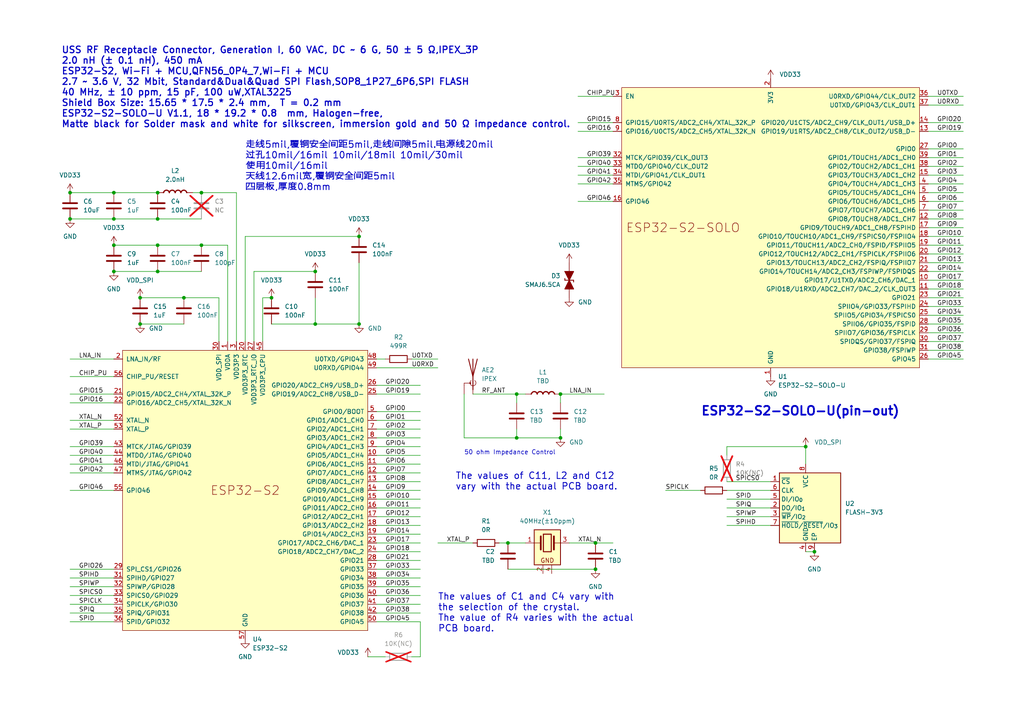
<source format=kicad_sch>
(kicad_sch (version 20250114) (generator "eeschema") (generator_version "9.0")
  (paper "A4")
  (lib_symbols
    (symbol "Device:Antenna_Shield" (pin_numbers (hide yes)) (pin_names (offset 1.016) (hide yes))
      (property "Reference" "AE" (at -1.905 4.445 0))
      (property "Value" "Antenna_Shield" (at -1.905 2.54 0))
      (symbol "Antenna_Shield_0_1"
        (arc (start 0 -2.667) (mid -0.8485 -2.1032) (end -0.508 -1.143))
        (polyline (pts (xy 0 5.08) (xy 0 -3.81)) (stroke (width 0.254)))
        (polyline (pts (xy 0 -2.54) (xy 0 0)))
        (arc (start 0.508 -1.143) (mid 0.8046 -2.0885) (end 0 -2.667))
        (polyline (pts (xy 0.762 -1.905) (xy 2.54 -1.905)))
        (circle (center 0.762 -1.905) (radius 0.1778) (fill (type outline)))
        (polyline (pts (xy 1.27 5.08) (xy 0 0) (xy -1.27 5.08)) (stroke (width 0.254)))
        (polyline (pts (xy 2.54 -2.54) (xy 2.54 -1.905)))
      )
      (symbol "Antenna_Shield_1_1"
        (pin input line (at 0 -5.08 90) (length 2.54) (name "A") (number "1"))
        (pin input line (at 2.54 -5.08 90) (length 2.54) (name "Shield") (number "2"))
      )
    )
    (symbol "Memory_Flash:W25Q128JVE"
      (property "Reference" "U" (at -6.35 11.43 0))
      (property "Value" "W25Q128JVE" (at 7.62 11.43 0))
      (symbol "W25Q128JVE_0_1"
        (rectangle (start -7.62 10.16) (end 10.16 -10.16) (stroke (width 0.254)) (fill (type background)))
      )
      (symbol "W25Q128JVE_1_1"
        (pin input line (at -10.16 7.62 0) (length 2.54) (name "~{CS}") (number "1"))
        (pin input line (at -10.16 5.08 0) (length 2.54) (name "CLK") (number "6"))
        (pin bidirectional line (at -10.16 2.54 0) (length 2.54) (name "DI/IO_{0}") (number "5"))
        (pin bidirectional line (at -10.16 0 0) (length 2.54) (name "DO/IO_{1}") (number "2"))
        (pin bidirectional line (at -10.16 -2.54 0) (length 2.54) (name "~{WP}/IO_{2}") (number "3"))
        (pin bidirectional line (at -10.16 -5.08 0) (length 2.54) (name "~{HOLD}/~{RESET}/IO_{3}") (number "7"))
        (pin power_in line (at 0 12.7 270) (length 2.54) (name "VCC") (number "8"))
        (pin power_in line (at 0 -12.7 90) (length 2.54) (name "GND") (number "4"))
        (pin passive line (at 2.54 -12.7 90) (length 2.54) (name "EP") (number "9"))
      )
    )
    (symbol "PCM_Capacitor_AKL:C_1206" (pin_numbers (hide yes)) (pin_names (offset 0.254))
      (property "Reference" "C" (at 0.635 2.54 0))
      (property "Value" "C_1206" (at 0.635 -2.54 0))
      (symbol "C_1206_0_1"
        (polyline (pts (xy -2.032 0.762) (xy 2.032 0.762)) (stroke (width 0.508)))
        (polyline (pts (xy -2.032 -0.762) (xy 2.032 -0.762)) (stroke (width 0.508)))
      )
      (symbol "C_1206_0_2"
        (polyline (pts (xy -2.54 -2.54) (xy -0.381 -0.381)))
        (polyline (pts (xy -0.508 -0.508) (xy -1.651 0.635)) (stroke (width 0.508)))
        (polyline (pts (xy -0.508 -0.508) (xy 0.635 -1.651)) (stroke (width 0.508)))
        (polyline (pts (xy 0.381 0.381) (xy 2.54 2.54)))
        (polyline (pts (xy 0.508 0.508) (xy -0.635 1.651)) (stroke (width 0.508)))
        (polyline (pts (xy 0.508 0.508) (xy 1.651 -0.635)) (stroke (width 0.508)))
      )
      (symbol "C_1206_1_1"
        (pin passive line (at 0 3.81 270) (length 2.794) (name "~") (number "1"))
        (pin passive line (at 0 -3.81 90) (length 2.794) (name "~") (number "2"))
      )
      (symbol "C_1206_1_2"
        (pin passive line (at -2.54 -2.54 90) (length 0) (name "~") (number "2"))
        (pin passive line (at 2.54 2.54 270) (length 0) (name "~") (number "1"))
      )
    )
    (symbol "PCM_Crystal_AKL:SMD3225-4" (pin_names (offset 1.016) (hide yes))
      (property "Reference" "X" (at 0 8.89 0))
      (property "Value" "SMD3225-4" (at 0 6.35 0))
      (symbol "SMD3225-4_0_1"
        (rectangle (start -3.81 3.81) (end 3.81 -6.35) (stroke (width 0.254)) (fill (type background)))
        (polyline (pts (xy -3.81 0) (xy -1.905 0)))
        (polyline (pts (xy -1.905 -1.905) (xy -1.905 1.905)) (stroke (width 0.508)))
        (rectangle (start -1.143 2.54) (end 1.143 -2.54) (stroke (width 0.3048)))
        (polyline (pts (xy 1.905 -1.905) (xy 1.905 1.905)) (stroke (width 0.508)))
        (polyline (pts (xy 3.81 0) (xy 1.905 0)))
        (text "GND" (at 0 -5.08 0) (effects (font (size 1.27 1.27))))
      )
      (symbol "SMD3225-4_1_1"
        (pin passive line (at -6.35 0 0) (length 2.54) (name "1") (number "1"))
        (pin passive line (at -1.27 -8.89 90) (length 2.54) (name "2") (number "2"))
        (pin passive line (at 1.27 -8.89 90) (length 2.54) (name "4") (number "4"))
        (pin passive line (at 6.35 0 180) (length 2.54) (name "3") (number "3"))
      )
    )
    (symbol "PCM_Diode_TVS_AKL:SMAJ6.5CA" (pin_numbers (hide yes)) (pin_names (offset 1.016) (hide yes))
      (property "Reference" "D" (at 0 5.08 0))
      (property "Value" "SMAJ6.5CA" (at 0 2.54 0))
      (symbol "SMAJ6.5CA_0_1"
        (polyline (pts (xy 0 1.27) (xy 0 -1.27)) (stroke (width 0.254)))
        (polyline (pts (xy 0 1.27) (xy 0.508 1.27)) (stroke (width 0.254)))
        (polyline (pts (xy 0 0) (xy -2.54 1.27) (xy -2.54 -1.27) (xy 0 0)) (stroke (width 0.254)) (fill (type outline)))
        (polyline (pts (xy 0 -1.27) (xy -0.508 -1.27)) (stroke (width 0.254)))
        (polyline (pts (xy 1.27 0) (xy -1.27 0)))
        (polyline (pts (xy 2.54 1.27) (xy 2.54 -1.27) (xy 0 0) (xy 2.54 1.27)) (stroke (width 0.254)) (fill (type outline)))
      )
      (symbol "SMAJ6.5CA_0_2"
        (polyline (pts (xy -3.81 -3.81) (xy 3.81 3.81)))
        (polyline (pts (xy -1.778 -1.778) (xy -2.667 -0.889) (xy 0 0) (xy -0.889 -2.667) (xy -1.778 -1.778)) (stroke (width 0.254)) (fill (type outline)))
        (polyline (pts (xy -0.889 0.889) (xy -1.27 0.508)) (stroke (width 0.254)))
        (polyline (pts (xy -0.889 0.889) (xy 0.889 -0.889)) (stroke (width 0.254)))
        (polyline (pts (xy 0.889 -0.889) (xy 1.27 -0.508)) (stroke (width 0.254)))
        (polyline (pts (xy 1.778 1.778) (xy 2.667 0.889) (xy 0 0) (xy 0.889 2.667) (xy 1.778 1.778)) (stroke (width 0.254)) (fill (type outline)))
      )
      (symbol "SMAJ6.5CA_1_1"
        (pin passive line (at -5.08 0 0) (length 2.54) (name "K") (number "1"))
        (pin passive line (at 5.08 0 180) (length 2.54) (name "A") (number "2"))
      )
      (symbol "SMAJ6.5CA_1_2"
        (pin passive line (at -3.81 -3.81 0) (length 0) (name "A") (number "2"))
        (pin passive line (at 3.81 3.81 180) (length 0) (name "K") (number "1"))
      )
    )
    (symbol "PCM_Elektuur:L" (pin_numbers (hide yes)) (pin_names (offset 0) (hide yes))
      (property "Reference" "L" (at 2.54 3.175 0))
      (property "Value" "L" (at 2.54 -3.175 0))
      (symbol "L_1_0"
        (arc (start 0 3.302) (mid 0.6604 2.5146) (end 0 1.7272) (stroke (width 0.254)))
        (arc (start 0 1.6256) (mid 0.6604 0.8382) (end 0 0.0508) (stroke (width 0.254)))
        (arc (start 0 -0.0508) (mid 0.6604 -0.8382) (end 0 -1.6256) (stroke (width 0.254)))
        (arc (start 0 -1.7272) (mid 0.6604 -2.5146) (end 0 -3.302) (stroke (width 0.254)))
        (arc (start 0 3.4036) (mid 0.762 2.5146) (end 0 1.6256) (stroke (width 0.254)))
        (arc (start 0 1.7272) (mid 0.762 0.8382) (end 0 -0.0508) (stroke (width 0.254)))
        (arc (start 0 0.0508) (mid 0.762 -0.8382) (end 0 -1.7272) (stroke (width 0.254)))
        (arc (start 0 -1.6256) (mid 0.762 -2.5146) (end 0 -3.4036) (stroke (width 0.254)))
        (polyline (pts (xy 0 3.5052) (xy 0 3.302)) (stroke (width 0.254)))
        (polyline (pts (xy 0 1.7272) (xy 0 1.6256)) (stroke (width 0.254)))
        (polyline (pts (xy 0 0.0508) (xy 0 -0.0508)) (stroke (width 0.254)))
        (polyline (pts (xy 0 -1.6256) (xy 0 -1.7272)) (stroke (width 0.254)))
        (polyline (pts (xy 0 -3.302) (xy 0 -3.5052)) (stroke (width 0.254)))
        (pin passive line (at 0 5.08 270) (length 1.5748) (name "+") (number "1"))
        (pin passive line (at 0 -5.08 90) (length 1.5748) (name "-") (number "2"))
      )
      (symbol "L_1_2"
        (rectangle (start 1.524 3.3782) (end 1.9812 -3.3782) (stroke (width 0.254)) (fill (type outline)))
      )
      (symbol "L_1_3"
        (rectangle (start 1.524 3.0988) (end 1.9812 1.9304) (stroke (width 0.254)) (fill (type outline)))
        (rectangle (start 1.524 1.4224) (end 1.9812 0.254) (stroke (width 0.254)) (fill (type outline)))
        (rectangle (start 1.524 -0.254) (end 1.9812 -1.4224) (stroke (width 0.254)) (fill (type outline)))
        (rectangle (start 1.524 -1.9304) (end 1.9812 -3.0988) (stroke (width 0.254)) (fill (type outline)))
      )
    )
    (symbol "PCM_Espressif:ESP32-S2" (pin_names (offset 1.016))
      (property "Reference" "U" (at -35.56 45.72 0))
      (property "Value" "ESP32-S2" (at -35.56 43.18 0))
      (symbol "ESP32-S2_0_0"
        (text "ESP32-S2" (at 0 0 0) (effects (font (size 2.54 2.54))))
      )
      (symbol "ESP32-S2_0_1"
        (rectangle (start -35.56 40.64) (end 35.56 -40.64) (fill (type background)))
      )
      (symbol "ESP32-S2_1_1"
        (pin bidirectional line (at -38.1 38.1 0) (length 2.54) (name "LNA_IN/RF") (number "2"))
        (pin bidirectional line (at -38.1 33.02 0) (length 2.54) (name "CHIP_PU/RESET") (number "56"))
        (pin bidirectional line (at -38.1 27.94 0) (length 2.54) (name "GPIO15/ADC2_CH4/XTAL_32K_P") (number "21"))
        (pin bidirectional line (at -38.1 25.4 0) (length 2.54) (name "GPIO16/ADC2_CH5/XTAL_32K_N") (number "22"))
        (pin output line (at -38.1 20.32 0) (length 2.54) (name "XTAL_N") (number "52"))
        (pin input line (at -38.1 17.78 0) (length 2.54) (name "XTAL_P") (number "53"))
        (pin input line (at -38.1 12.7 0) (length 2.54) (name "MTCK/JTAG/GPIO39") (number "43"))
        (pin output line (at -38.1 10.16 0) (length 2.54) (name "MTDO/JTAG/GPIO40") (number "44"))
        (pin input line (at -38.1 7.62 0) (length 2.54) (name "MTDI/JTAG/GPIO41") (number "46"))
        (pin output line (at -38.1 5.08 0) (length 2.54) (name "MTMS/JTAG/GPIO42") (number "47"))
        (pin input line (at -38.1 0 0) (length 2.54) (name "GPIO46") (number "55"))
        (pin bidirectional line (at -38.1 -22.86 0) (length 2.54) (name "SPI_CS1/GPIO26") (number "29"))
        (pin bidirectional line (at -38.1 -25.4 0) (length 2.54) (name "SPIHD/GPIO27") (number "31"))
        (pin bidirectional line (at -38.1 -27.94 0) (length 2.54) (name "SPIWP/GPIO28") (number "32"))
        (pin bidirectional line (at -38.1 -30.48 0) (length 2.54) (name "SPICS0/GPIO29") (number "33"))
        (pin bidirectional line (at -38.1 -33.02 0) (length 2.54) (name "SPICLK/GPIO30") (number "34"))
        (pin bidirectional line (at -38.1 -35.56 0) (length 2.54) (name "SPIQ/GPIO31") (number "35"))
        (pin bidirectional line (at -38.1 -38.1 0) (length 2.54) (name "SPID/GPIO32") (number "36"))
        (pin power_out line (at -7.62 43.18 270) (length 2.54) (name "VDD_SPI") (number "30"))
        (pin power_in line (at -5.08 43.18 270) (length 2.54) (name "VDDA") (number "1"))
        (pin passive line (at -5.08 43.18 270) (length 2.54) (hide yes) (name "VDDA") (number "51"))
        (pin passive line (at -5.08 43.18 270) (length 2.54) (hide yes) (name "VDDA") (number "54"))
        (pin power_in line (at -2.54 43.18 270) (length 2.54) (name "VDD3P3") (number "3"))
        (pin passive line (at -2.54 43.18 270) (length 2.54) (hide yes) (name "VDD3P3") (number "4"))
        (pin power_in line (at 0 43.18 270) (length 2.54) (name "VDD3P3_RTC") (number "20"))
        (pin power_in line (at 0 -43.18 90) (length 2.54) (name "GND") (number "57"))
        (pin power_in line (at 2.54 43.18 270) (length 2.54) (name "VDD3P3_RTC_IO") (number "27"))
        (pin power_in line (at 5.08 43.18 270) (length 2.54) (name "VDD3P3_CPU") (number "45"))
        (pin bidirectional line (at 38.1 38.1 180) (length 2.54) (name "U0TXD/GPIO43") (number "48"))
        (pin bidirectional line (at 38.1 35.56 180) (length 2.54) (name "U0RXD/GPIO44") (number "49"))
        (pin bidirectional line (at 38.1 30.48 180) (length 2.54) (name "GPIO20/ADC2_CH9/USB_D+") (number "26"))
        (pin bidirectional line (at 38.1 27.94 180) (length 2.54) (name "GPIO19/ADC2_CH8/USB_D-") (number "25"))
        (pin bidirectional line (at 38.1 22.86 180) (length 2.54) (name "GPIO0/BOOT") (number "5"))
        (pin bidirectional line (at 38.1 20.32 180) (length 2.54) (name "GPIO1/ADC1_CH0") (number "6"))
        (pin bidirectional line (at 38.1 17.78 180) (length 2.54) (name "GPIO2/ADC1_CH1") (number "7"))
        (pin bidirectional line (at 38.1 15.24 180) (length 2.54) (name "GPIO3/ADC1_CH2") (number "8"))
        (pin bidirectional line (at 38.1 12.7 180) (length 2.54) (name "GPIO4/ADC1_CH3") (number "9"))
        (pin bidirectional line (at 38.1 10.16 180) (length 2.54) (name "GPIO5/ADC1_CH4") (number "10"))
        (pin bidirectional line (at 38.1 7.62 180) (length 2.54) (name "GPIO6/ADC1_CH5") (number "11"))
        (pin bidirectional line (at 38.1 5.08 180) (length 2.54) (name "GPIO7/ADC1_CH6") (number "12"))
        (pin bidirectional line (at 38.1 2.54 180) (length 2.54) (name "GPIO8/ADC1_CH7") (number "13"))
        (pin bidirectional line (at 38.1 0 180) (length 2.54) (name "GPIO9/ADC1_CH8") (number "14"))
        (pin bidirectional line (at 38.1 -2.54 180) (length 2.54) (name "GPIO10/ADC1_CH9") (number "15"))
        (pin bidirectional line (at 38.1 -5.08 180) (length 2.54) (name "GPIO11/ADC2_CH0") (number "16"))
        (pin bidirectional line (at 38.1 -7.62 180) (length 2.54) (name "GPIO12/ADC2_CH1") (number "17"))
        (pin bidirectional line (at 38.1 -10.16 180) (length 2.54) (name "GPIO13/ADC2_CH2") (number "18"))
        (pin bidirectional line (at 38.1 -12.7 180) (length 2.54) (name "GPIO14/ADC2_CH3") (number "19"))
        (pin bidirectional line (at 38.1 -15.24 180) (length 2.54) (name "GPIO17/ADC2_CH6/DAC_1") (number "23"))
        (pin bidirectional line (at 38.1 -17.78 180) (length 2.54) (name "GPIO18/ADC2_CH7/DAC_2") (number "24"))
        (pin bidirectional line (at 38.1 -20.32 180) (length 2.54) (name "GPIO21") (number "28"))
        (pin bidirectional line (at 38.1 -22.86 180) (length 2.54) (name "GPIO33") (number "37"))
        (pin bidirectional line (at 38.1 -25.4 180) (length 2.54) (name "GPIO34") (number "38"))
        (pin bidirectional line (at 38.1 -27.94 180) (length 2.54) (name "GPIO35") (number "39"))
        (pin bidirectional line (at 38.1 -30.48 180) (length 2.54) (name "GPIO36") (number "40"))
        (pin bidirectional line (at 38.1 -33.02 180) (length 2.54) (name "GPIO37") (number "41"))
        (pin bidirectional line (at 38.1 -35.56 180) (length 2.54) (name "GPIO38") (number "42"))
        (pin bidirectional line (at 38.1 -38.1 180) (length 2.54) (name "GPIO45") (number "50"))
      )
    )
    (symbol "PCM_Espressif:ESP32-S2-SOLO" (pin_names (offset 1.016))
      (property "Reference" "U" (at -43.18 45.72 0))
      (property "Value" "ESP32-S2-SOLO" (at -43.18 43.18 0))
      (symbol "ESP32-S2-SOLO_0_1"
        (rectangle (start -43.18 40.64) (end 43.18 -40.64) (fill (type background)))
      )
      (symbol "ESP32-S2-SOLO_1_1"
        (text "ESP32-S2-SOLO" (at -25.4 0 0) (effects (font (size 2.54 2.54))))
        (pin bidirectional line (at -45.72 38.1 0) (length 2.54) (name "EN") (number "3"))
        (pin bidirectional line (at -45.72 30.48 0) (length 2.54) (name "GPIO15/U0RTS/ADC2_CH4/XTAL_32K_P") (number "8"))
        (pin bidirectional line (at -45.72 27.94 0) (length 2.54) (name "GPIO16/U0CTS/ADC2_CH5/XTAL_32K_N") (number "9"))
        (pin bidirectional line (at -45.72 20.32 0) (length 2.54) (name "MTCK/GPIO39/CLK_OUT3") (number "32"))
        (pin bidirectional line (at -45.72 17.78 0) (length 2.54) (name "MTDO/GPIO40/CLK_OUT2") (number "33"))
        (pin bidirectional line (at -45.72 15.24 0) (length 2.54) (name "MTDI/GPIO41/CLK_OUT1") (number "34"))
        (pin bidirectional line (at -45.72 12.7 0) (length 2.54) (name "MTMS/GPIO42") (number "35"))
        (pin input line (at -45.72 7.62 0) (length 2.54) (name "GPIO46") (number "16"))
        (pin power_in line (at 0 43.18 270) (length 2.54) (name "3V3") (number "2"))
        (pin power_in line (at 0 -43.18 90) (length 2.54) (name "GND") (number "1"))
        (pin passive line (at 0 -43.18 90) (length 2.54) (hide yes) (name "GND") (number "40"))
        (pin passive line (at 0 -43.18 90) (length 2.54) (hide yes) (name "GND") (number "41"))
        (pin bidirectional line (at 45.72 38.1 180) (length 2.54) (name "U0RXD/GPIO44/CLK_OUT2") (number "36"))
        (pin bidirectional line (at 45.72 35.56 180) (length 2.54) (name "U0TXD/GPIO43/CLK_OUT1") (number "37"))
        (pin bidirectional line (at 45.72 30.48 180) (length 2.54) (name "GPIO20/U1CTS/ADC2_CH9/CLK_OUT1/USB_D+") (number "14"))
        (pin bidirectional line (at 45.72 27.94 180) (length 2.54) (name "GPIO19/U1RTS/ADC2_CH8/CLK_OUT2/USB_D-") (number "13"))
        (pin bidirectional line (at 45.72 22.86 180) (length 2.54) (name "GPIO0") (number "27"))
        (pin bidirectional line (at 45.72 20.32 180) (length 2.54) (name "GPIO1/TOUCH1/ADC1_CH0") (number "39"))
        (pin bidirectional line (at 45.72 17.78 180) (length 2.54) (name "GPIO2/TOUCH2/ADC1_CH1") (number "38"))
        (pin bidirectional line (at 45.72 15.24 180) (length 2.54) (name "GPIO3/TOUCH3/ADC1_CH2") (number "15"))
        (pin bidirectional line (at 45.72 12.7 180) (length 2.54) (name "GPIO4/TOUCH4/ADC1_CH3") (number "4"))
        (pin bidirectional line (at 45.72 10.16 180) (length 2.54) (name "GPIO5/TOUCH5/ADC1_CH4") (number "5"))
        (pin bidirectional line (at 45.72 7.62 180) (length 2.54) (name "GPIO6/TOUCH6/ADC1_CH5") (number "6"))
        (pin bidirectional line (at 45.72 5.08 180) (length 2.54) (name "GPIO7/TOUCH7/ADC1_CH6") (number "7"))
        (pin bidirectional line (at 45.72 2.54 180) (length 2.54) (name "GPIO8/TOUCH8/ADC1_CH7") (number "12"))
        (pin bidirectional line (at 45.72 0 180) (length 2.54) (name "GPIO9/TOUCH9/ADC1_CH8/FSPIHD") (number "17"))
        (pin bidirectional line (at 45.72 -2.54 180) (length 2.54) (name "GPIO10/TOUCH10/ADC1_CH9/FSPICS0/FSPIIO4") (number "18"))
        (pin bidirectional line (at 45.72 -5.08 180) (length 2.54) (name "GPIO11/TOUCH11/ADC2_CH0/FSPID/FSPIIO5") (number "19"))
        (pin bidirectional line (at 45.72 -7.62 180) (length 2.54) (name "GPIO12/TOUCH12/ADC2_CH1/FSPICLK/FSPIIO6") (number "20"))
        (pin bidirectional line (at 45.72 -10.16 180) (length 2.54) (name "GPIO13/TOUCH13/ADC2_CH2/FSPIQ/FSPIIO7") (number "21"))
        (pin bidirectional line (at 45.72 -12.7 180) (length 2.54) (name "GPIO14/TOUCH14/ADC2_CH3/FSPIWP/FSPIDQS") (number "22"))
        (pin bidirectional line (at 45.72 -15.24 180) (length 2.54) (name "GPIO17/U1TXD/ADC2_CH6/DAC_1") (number "10"))
        (pin bidirectional line (at 45.72 -17.78 180) (length 2.54) (name "GPIO18/U1RXD/ADC2_CH7/DAC_2/CLK_OUT3") (number "11"))
        (pin bidirectional line (at 45.72 -20.32 180) (length 2.54) (name "GPIO21") (number "23"))
        (pin bidirectional line (at 45.72 -22.86 180) (length 2.54) (name "SPIIO4/GPIO33/FSPIHD") (number "24"))
        (pin bidirectional line (at 45.72 -25.4 180) (length 2.54) (name "SPIIO5/GPIO34/FSPICS0") (number "25"))
        (pin bidirectional line (at 45.72 -27.94 180) (length 2.54) (name "SPIIO6/GPIO35/FSPID") (number "28"))
        (pin bidirectional line (at 45.72 -30.48 180) (length 2.54) (name "SPIIO7/GPIO36/FSPICLK") (number "29"))
        (pin bidirectional line (at 45.72 -33.02 180) (length 2.54) (name "SPIDQS/GPIO37/FSPIQ") (number "30"))
        (pin bidirectional line (at 45.72 -35.56 180) (length 2.54) (name "GPIO38/FSPIWP") (number "31"))
        (pin bidirectional line (at 45.72 -38.1 180) (length 2.54) (name "GPIO45") (number "26"))
      )
    )
    (symbol "PCM_Resistor_AKL:R_1206" (pin_numbers (hide yes)) (pin_names (offset 0))
      (property "Reference" "R" (at 2.54 1.27 0))
      (property "Value" "R_1206" (at 2.54 -1.27 0))
      (symbol "R_1206_0_1"
        (rectangle (start -1.016 2.54) (end 1.016 -2.54) (stroke (width 0.254)))
      )
      (symbol "R_1206_0_2"
        (polyline (pts (xy -2.54 -2.54) (xy -1.524 -1.524)))
        (polyline (pts (xy 1.524 1.524) (xy 2.54 2.54)))
        (polyline (pts (xy 1.524 1.524) (xy 0.889 2.159) (xy -2.159 -0.889) (xy -0.889 -2.159) (xy 2.159 0.889) (xy 1.524 1.524)) (stroke (width 0.254)))
      )
      (symbol "R_1206_1_1"
        (pin passive line (at 0 3.81 270) (length 1.27) (name "~") (number "1"))
        (pin passive line (at 0 -3.81 90) (length 1.27) (name "~") (number "2"))
      )
      (symbol "R_1206_1_2"
        (pin passive line (at -2.54 -2.54 0) (length 0) (name "") (number "2"))
        (pin passive line (at 2.54 2.54 180) (length 0) (name "") (number "1"))
      )
    )
    (symbol "power:+3.3V" (power) (pin_numbers (hide yes)) (pin_names (offset 0) (hide yes))
      (property "Value" "+3.3V" (at 0 3.556 0))
      (symbol "+3.3V_0_1"
        (polyline (pts (xy -0.762 1.27) (xy 0 2.54)))
        (polyline (pts (xy 0 2.54) (xy 0.762 1.27)))
        (polyline (pts (xy 0 0) (xy 0 2.54)))
      )
      (symbol "+3.3V_1_1"
        (pin power_in line (at 0 0 90) (length 0) (name "~") (number "1"))
      )
    )
    (symbol "power:GND" (power) (pin_numbers (hide yes)) (pin_names (offset 0) (hide yes))
      (property "Value" "GND" (at 0 -3.81 0))
      (symbol "GND_0_1"
        (polyline (pts (xy 0 0) (xy 0 -1.27) (xy 1.27 -1.27) (xy 0 -2.54) (xy -1.27 -1.27) (xy 0 -1.27)))
      )
      (symbol "GND_1_1"
        (pin power_in line (at 0 0 270) (length 0) (name "~") (number "1"))
      )
    )
  )
  (text "The values of C11, L2 and C12\nvary with the actual PCB board." (exclude_from_sim yes) (at 132.08 139.7 0) (effects (font (size 1.905 1.905) (thickness 0.2381)) (justify left)))
  (text "50 ohm Impedance Control" (at 134.62 132.08 0) (effects (font (size 1.27 1.27)) (justify left bottom)))
  (text "ESP32-S2-SOLO-U(pin-out)" (exclude_from_sim yes) (at 203.2 119.38 0) (effects (font (size 2.54 2.54) (thickness 0.508) (bold yes)) (justify left)))
  (text "USS RF Receptacle Connector, Generation I, 60 VAC, DC ~ 6 G, 50 ± 5 Ω,IPEX_3P\n2.0 nH (± 0.1 nH), 450 mA\nESP32-S2, Wi-Fi + MCU,QFN56_0P4_7,Wi-Fi + MCU\n2.7 ~ 3.6 V, 32 Mbit, Standard&Dual&Quad SPI Flash,SOP8_1P27_6P6,SPI FLASH\n40 MHz, ± 10 ppm, 15 pF, 100 uW,XTAL3225\nShield Box Size: 15.65 * 17.5 * 2.4 mm,  T = 0.2 mm\nESP32-S2-SOLO-U V1.1, 18 * 19.2 * 0.8  mm, Halogen-free, \nMatte black for Solder mask and white for silkscreen, immersion gold and 50 Ω impedance control." (exclude_from_sim yes) (at 17.78 25.4 0) (effects (font (size 1.905 1.905) (thickness 0.3175)) (justify left)))
  (text "走线5mil,覆铜安全间距5mil,走线间隙5mil.电源线20mil\n过孔10mil/16mil 10mil/18mil 10mil/30mil\n使用10mil/16mil\n天线12.6mil宽,覆铜安全间距5mil\n四层板,厚度0.8mm" (exclude_from_sim yes) (at 71.12 48.26 0) (effects (font (size 1.905 1.905) (thickness 0.2381)) (justify left)))
  (text "The values of C1 and C4 vary with\nthe selection of the crystal.\nThe value of R4 varies with the actual\nPCB board.\n" (exclude_from_sim yes) (at 127 177.8 0) (effects (font (size 1.905 1.905) (thickness 0.2381)) (justify left)))
  (junction (at 40.64 93.98))
  (junction (at 33.02 63.5))
  (junction (at 172.72 165.1))
  (junction (at 53.34 86.36))
  (junction (at 104.14 68.58))
  (junction (at 45.72 63.5))
  (junction (at 20.32 63.5))
  (junction (at 104.14 93.98))
  (junction (at 78.74 86.36))
  (junction (at 91.44 93.98))
  (junction (at 58.42 71.12))
  (junction (at 45.72 55.88))
  (junction (at 149.86 127))
  (junction (at 33.02 78.74))
  (junction (at 91.44 78.74))
  (junction (at 45.72 71.12))
  (junction (at 33.02 71.12))
  (junction (at 172.72 157.48))
  (junction (at 147.32 157.48))
  (junction (at 149.86 114.3))
  (junction (at 236.22 160.02))
  (junction (at 162.56 114.3))
  (junction (at 40.64 86.36))
  (junction (at 45.72 78.74))
  (junction (at 33.02 55.88))
  (junction (at 233.68 129.54))
  (junction (at 20.32 55.88))
  (junction (at 58.42 55.88))
  (junction (at 162.56 127))
  (wire (pts (xy 210.82 149.86) (xy 223.52 149.86)))
  (wire (pts (xy 269.24 96.52) (xy 279.4 96.52)))
  (wire (pts (xy 109.22 142.24) (xy 121.92 142.24)))
  (wire (pts (xy 109.22 167.64) (xy 121.92 167.64)))
  (wire (pts (xy 109.22 160.02) (xy 121.92 160.02)))
  (wire (pts (xy 109.22 157.48) (xy 121.92 157.48)))
  (wire (pts (xy 33.02 63.5) (xy 45.72 63.5)))
  (wire (pts (xy 172.72 157.48) (xy 177.8 157.48)))
  (wire (pts (xy 76.2 86.36) (xy 78.74 86.36)))
  (wire (pts (xy 71.12 68.58) (xy 71.12 99.06)))
  (wire (pts (xy 149.86 114.3) (xy 149.86 116.84)))
  (wire (pts (xy 269.24 55.88) (xy 279.4 55.88)))
  (wire (pts (xy 45.72 78.74) (xy 58.42 78.74)))
  (wire (pts (xy 167.64 53.34) (xy 177.8 53.34)))
  (wire (pts (xy 20.32 175.26) (xy 33.02 175.26)))
  (wire (pts (xy 269.24 91.44) (xy 279.4 91.44)))
  (wire (pts (xy 109.22 144.78) (xy 121.92 144.78)))
  (wire (pts (xy 269.24 50.8) (xy 279.4 50.8)))
  (wire (pts (xy 109.22 180.34) (xy 121.92 180.34)))
  (wire (pts (xy 91.44 93.98) (xy 91.44 86.36)))
  (wire (pts (xy 58.42 71.12) (xy 66.04 71.12)))
  (wire (pts (xy 121.92 190.5) (xy 121.92 180.34)))
  (wire (pts (xy 210.82 132.08) (xy 210.82 129.54)))
  (wire (pts (xy 66.04 99.06) (xy 66.04 71.12)))
  (wire (pts (xy 233.68 129.54) (xy 233.68 134.62)))
  (wire (pts (xy 119.38 104.14) (xy 127 104.14)))
  (wire (pts (xy 109.22 127) (xy 121.92 127)))
  (wire (pts (xy 269.24 60.96) (xy 279.4 60.96)))
  (wire (pts (xy 109.22 129.54) (xy 121.92 129.54)))
  (wire (pts (xy 104.14 68.58) (xy 71.12 68.58)))
  (wire (pts (xy 269.24 101.6) (xy 279.4 101.6)))
  (wire (pts (xy 210.82 147.32) (xy 223.52 147.32)))
  (wire (pts (xy 53.34 86.36) (xy 63.5 86.36)))
  (wire (pts (xy 127 157.48) (xy 137.16 157.48)))
  (wire (pts (xy 20.32 170.18) (xy 33.02 170.18)))
  (wire (pts (xy 109.22 111.76) (xy 121.92 111.76)))
  (wire (pts (xy 269.24 86.36) (xy 279.4 86.36)))
  (wire (pts (xy 40.64 86.36) (xy 53.34 86.36)))
  (wire (pts (xy 269.24 83.82) (xy 279.4 83.82)))
  (wire (pts (xy 269.24 30.48) (xy 279.4 30.48)))
  (wire (pts (xy 20.32 142.24) (xy 33.02 142.24)))
  (wire (pts (xy 20.32 132.08) (xy 33.02 132.08)))
  (wire (pts (xy 134.62 114.3) (xy 134.62 127)))
  (wire (pts (xy 45.72 63.5) (xy 58.42 63.5)))
  (wire (pts (xy 210.82 144.78) (xy 223.52 144.78)))
  (wire (pts (xy 269.24 27.94) (xy 279.4 27.94)))
  (wire (pts (xy 33.02 78.74) (xy 45.72 78.74)))
  (wire (pts (xy 269.24 104.14) (xy 279.4 104.14)))
  (wire (pts (xy 149.86 124.46) (xy 149.86 127)))
  (wire (pts (xy 20.32 121.92) (xy 33.02 121.92)))
  (wire (pts (xy 109.22 165.1) (xy 121.92 165.1)))
  (wire (pts (xy 20.32 165.1) (xy 33.02 165.1)))
  (wire (pts (xy 269.24 93.98) (xy 279.4 93.98)))
  (wire (pts (xy 20.32 55.88) (xy 33.02 55.88)))
  (wire (pts (xy 109.22 137.16) (xy 121.92 137.16)))
  (wire (pts (xy 33.02 71.12) (xy 45.72 71.12)))
  (wire (pts (xy 193.04 142.24) (xy 203.2 142.24)))
  (wire (pts (xy 55.88 55.88) (xy 58.42 55.88)))
  (wire (pts (xy 68.58 99.06) (xy 68.58 55.88)))
  (wire (pts (xy 109.22 121.92) (xy 121.92 121.92)))
  (wire (pts (xy 162.56 116.84) (xy 162.56 114.3)))
  (wire (pts (xy 109.22 124.46) (xy 121.92 124.46)))
  (wire (pts (xy 210.82 142.24) (xy 223.52 142.24)))
  (wire (pts (xy 76.2 99.06) (xy 76.2 86.36)))
  (wire (pts (xy 134.62 127) (xy 149.86 127)))
  (wire (pts (xy 109.22 162.56) (xy 121.92 162.56)))
  (wire (pts (xy 63.5 86.36) (xy 63.5 99.06)))
  (wire (pts (xy 162.56 114.3) (xy 175.26 114.3)))
  (wire (pts (xy 109.22 149.86) (xy 121.92 149.86)))
  (wire (pts (xy 167.64 50.8) (xy 177.8 50.8)))
  (wire (pts (xy 91.44 93.98) (xy 104.14 93.98)))
  (wire (pts (xy 20.32 114.3) (xy 33.02 114.3)))
  (wire (pts (xy 45.72 55.88) (xy 33.02 55.88)))
  (wire (pts (xy 106.68 190.5) (xy 111.76 190.5)))
  (wire (pts (xy 91.44 78.74) (xy 73.66 78.74)))
  (wire (pts (xy 233.68 160.02) (xy 236.22 160.02)))
  (wire (pts (xy 162.56 127) (xy 162.56 124.46)))
  (wire (pts (xy 73.66 78.74) (xy 73.66 99.06)))
  (wire (pts (xy 269.24 58.42) (xy 279.4 58.42)))
  (wire (pts (xy 269.24 48.26) (xy 279.4 48.26)))
  (wire (pts (xy 210.82 129.54) (xy 233.68 129.54)))
  (wire (pts (xy 167.64 48.26) (xy 177.8 48.26)))
  (wire (pts (xy 109.22 170.18) (xy 121.92 170.18)))
  (wire (pts (xy 20.32 63.5) (xy 33.02 63.5)))
  (wire (pts (xy 269.24 88.9) (xy 279.4 88.9)))
  (wire (pts (xy 20.32 134.62) (xy 33.02 134.62)))
  (wire (pts (xy 269.24 76.2) (xy 279.4 76.2)))
  (wire (pts (xy 269.24 43.18) (xy 279.4 43.18)))
  (wire (pts (xy 109.22 119.38) (xy 121.92 119.38)))
  (wire (pts (xy 40.64 93.98) (xy 53.34 93.98)))
  (wire (pts (xy 167.64 45.72) (xy 177.8 45.72)))
  (wire (pts (xy 167.64 35.56) (xy 177.8 35.56)))
  (wire (pts (xy 20.32 167.64) (xy 33.02 167.64)))
  (wire (pts (xy 20.32 137.16) (xy 33.02 137.16)))
  (wire (pts (xy 109.22 175.26) (xy 121.92 175.26)))
  (wire (pts (xy 269.24 63.5) (xy 279.4 63.5)))
  (wire (pts (xy 147.32 157.48) (xy 152.4 157.48)))
  (wire (pts (xy 269.24 66.04) (xy 279.4 66.04)))
  (wire (pts (xy 269.24 45.72) (xy 279.4 45.72)))
  (wire (pts (xy 167.64 58.42) (xy 177.8 58.42)))
  (wire (pts (xy 109.22 154.94) (xy 121.92 154.94)))
  (wire (pts (xy 109.22 152.4) (xy 121.92 152.4)))
  (wire (pts (xy 20.32 124.46) (xy 33.02 124.46)))
  (wire (pts (xy 147.32 165.1) (xy 172.72 165.1)))
  (wire (pts (xy 109.22 177.8) (xy 121.92 177.8)))
  (wire (pts (xy 109.22 132.08) (xy 121.92 132.08)))
  (wire (pts (xy 210.82 139.7) (xy 223.52 139.7)))
  (wire (pts (xy 152.4 114.3) (xy 149.86 114.3)))
  (wire (pts (xy 119.38 190.5) (xy 121.92 190.5)))
  (wire (pts (xy 20.32 109.22) (xy 33.02 109.22)))
  (wire (pts (xy 144.78 157.48) (xy 147.32 157.48)))
  (wire (pts (xy 269.24 38.1) (xy 279.4 38.1)))
  (wire (pts (xy 109.22 106.68) (xy 127 106.68)))
  (wire (pts (xy 269.24 35.56) (xy 279.4 35.56)))
  (wire (pts (xy 137.16 114.3) (xy 149.86 114.3)))
  (wire (pts (xy 210.82 152.4) (xy 223.52 152.4)))
  (wire (pts (xy 20.32 180.34) (xy 33.02 180.34)))
  (wire (pts (xy 20.32 104.14) (xy 33.02 104.14)))
  (wire (pts (xy 45.72 71.12) (xy 58.42 71.12)))
  (wire (pts (xy 109.22 114.3) (xy 121.92 114.3)))
  (wire (pts (xy 269.24 99.06) (xy 279.4 99.06)))
  (wire (pts (xy 269.24 71.12) (xy 279.4 71.12)))
  (wire (pts (xy 165.1 157.48) (xy 172.72 157.48)))
  (wire (pts (xy 109.22 147.32) (xy 121.92 147.32)))
  (wire (pts (xy 109.22 172.72) (xy 121.92 172.72)))
  (wire (pts (xy 269.24 68.58) (xy 279.4 68.58)))
  (wire (pts (xy 269.24 81.28) (xy 279.4 81.28)))
  (wire (pts (xy 149.86 127) (xy 162.56 127)))
  (wire (pts (xy 167.64 38.1) (xy 177.8 38.1)))
  (wire (pts (xy 269.24 53.34) (xy 279.4 53.34)))
  (wire (pts (xy 20.32 177.8) (xy 33.02 177.8)))
  (wire (pts (xy 109.22 139.7) (xy 121.92 139.7)))
  (wire (pts (xy 58.42 55.88) (xy 68.58 55.88)))
  (wire (pts (xy 109.22 134.62) (xy 121.92 134.62)))
  (wire (pts (xy 20.32 116.84) (xy 33.02 116.84)))
  (wire (pts (xy 269.24 73.66) (xy 279.4 73.66)))
  (wire (pts (xy 269.24 78.74) (xy 279.4 78.74)))
  (wire (pts (xy 78.74 93.98) (xy 91.44 93.98)))
  (wire (pts (xy 20.32 129.54) (xy 33.02 129.54)))
  (wire (pts (xy 109.22 104.14) (xy 111.76 104.14)))
  (wire (pts (xy 20.32 172.72) (xy 33.02 172.72)))
  (wire (pts (xy 167.64 27.94) (xy 177.8 27.94)))
  (wire (pts (xy 104.14 93.98) (xy 104.14 76.2)))
  (label "GPIO37" (at 111.76 175.26 0))
  (label "GPIO40" (at 170.18 48.26 0))
  (label "GPIO19" (at 111.76 114.3 0))
  (label "GPIO40" (at 22.86 132.08 0))
  (label "GPIO13" (at 271.78 76.2 0))
  (label "GPIO46" (at 170.18 58.42 0))
  (label "XTAL_N" (at 22.86 121.92 0))
  (label "GPIO18" (at 271.78 83.82 0))
  (label "GPIO39" (at 22.86 129.54 0))
  (label "GPIO26" (at 22.86 165.1 0))
  (label "GPIO7" (at 271.78 60.96 0))
  (label "GPIO35" (at 271.78 93.98 0))
  (label "GPIO13" (at 111.76 152.4 0))
  (label "GPIO11" (at 271.78 71.12 0))
  (label "GPIO3" (at 111.76 127 0))
  (label "SPID" (at 22.86 180.34 0))
  (label "GPIO10" (at 111.76 144.78 0))
  (label "GPIO16" (at 22.86 116.84 0))
  (label "GPIO3" (at 271.78 50.8 0))
  (label "SPICLK" (at 193.04 142.24 0))
  (label "GPIO5" (at 111.76 132.08 0))
  (label "SPIQ" (at 213.36 147.32 0))
  (label "GPIO21" (at 271.78 86.36 0))
  (label "GPIO18" (at 111.76 160.02 0))
  (label "U0RXD" (at 271.78 30.48 0))
  (label "GPIO20" (at 111.76 111.76 0))
  (label "GPIO8" (at 271.78 63.5 0))
  (label "GPIO41" (at 170.18 50.8 0))
  (label "GPIO12" (at 271.78 73.66 0))
  (label "GPIO42" (at 170.18 53.34 0))
  (label "GPIO33" (at 111.76 165.1 0))
  (label "GPIO36" (at 111.76 172.72 0))
  (label "GPIO19" (at 271.78 38.1 0))
  (label "SPID" (at 213.36 144.78 0))
  (label "GPIO9" (at 111.76 142.24 0))
  (label "SPICS0" (at 22.86 172.72 0))
  (label "GPIO33" (at 271.78 88.9 0))
  (label "GPIO16" (at 170.18 38.1 0))
  (label "GPIO1" (at 111.76 121.92 0))
  (label "SPIWP" (at 213.36 149.86 0))
  (label "GPIO0" (at 271.78 43.18 0))
  (label "GPIO45" (at 111.76 180.34 0))
  (label "GPIO35" (at 111.76 170.18 0))
  (label "CHIP_PU" (at 170.18 27.94 0))
  (label "GPIO17" (at 111.76 157.48 0))
  (label "GPIO14" (at 111.76 154.94 0))
  (label "GPIO4" (at 271.78 53.34 0))
  (label "GPIO6" (at 271.78 58.42 0))
  (label "GPIO15" (at 22.86 114.3 0))
  (label "GPIO11" (at 111.76 147.32 0))
  (label "SPIQ" (at 22.86 177.8 0))
  (label "GPIO12" (at 111.76 149.86 0))
  (label "GPIO42" (at 22.86 137.16 0))
  (label "SPIHD" (at 213.36 152.4 0))
  (label "GPIO36" (at 271.78 96.52 0))
  (label "GPIO10" (at 271.78 68.58 0))
  (label "GPIO5" (at 271.78 55.88 0))
  (label "SPICLK" (at 22.86 175.26 0))
  (label "LNA_IN" (at 22.86 104.14 0))
  (label "GPIO2" (at 111.76 124.46 0))
  (label "GPIO37" (at 271.78 99.06 0))
  (label "GPIO7" (at 111.76 137.16 0))
  (label "GPIO4" (at 111.76 129.54 0))
  (label "GPIO14" (at 271.78 78.74 0))
  (label "RF_ANT" (at 139.7 114.3 0))
  (label "XTAL_P" (at 22.86 124.46 0))
  (label "GPIO21" (at 111.76 162.56 0))
  (label "GPIO46" (at 22.86 142.24 0))
  (label "GPIO38" (at 111.76 177.8 0))
  (label "CHIP_PU" (at 22.86 109.22 0))
  (label "SPIWP" (at 22.86 170.18 0))
  (label "GPIO9" (at 271.78 66.04 0))
  (label "GPIO8" (at 111.76 139.7 0))
  (label "GPIO2" (at 271.78 48.26 0))
  (label "U0RXD" (at 119.38 106.68 0))
  (label "XTAL_N" (at 167.64 157.48 0))
  (label "GPIO17" (at 271.78 81.28 0))
  (label "GPIO38" (at 271.78 101.6 0))
  (label "GPIO39" (at 170.18 45.72 0))
  (label "GPIO41" (at 22.86 134.62 0))
  (label "GPIO0" (at 111.76 119.38 0))
  (label "XTAL_P" (at 129.54 157.48 0))
  (label "GPIO20" (at 271.78 35.56 0))
  (label "U0TXD" (at 271.78 27.94 0))
  (label "GPIO6" (at 111.76 134.62 0))
  (label "LNA_IN" (at 165.1 114.3 0))
  (label "GPIO34" (at 111.76 167.64 0))
  (label "GPIO15" (at 170.18 35.56 0))
  (label "SPICS0" (at 213.36 139.7 0))
  (label "GPIO34" (at 271.78 91.44 0))
  (label "GPIO1" (at 271.78 45.72 0))
  (label "SPIHD" (at 22.86 167.64 0))
  (label "GPIO45" (at 271.78 104.14 0))
  (label "U0TXD" (at 119.38 104.14 0))
  (symbol (lib_id "PCM_Capacitor_AKL:C_1206") (at 172.72 161.29 0) (mirror y) (unit 1)
    (property "Reference" "C1" (at 176.53 160.0199 0) (effects (justify right)))
    (property "Value" "TBD" (at 176.53 162.5599 0) (effects (justify right)))
    (property "Footprint" "PCM_Capacitor_SMD_AKL:C_1206_3216Metric" (effects (hide yes)))
    (property "Description" "SMD 1206 MLCC capacitor, Alternate KiCad Library" (effects (hide yes)))
  )
  (symbol (lib_id "power:GND") (at 172.72 165.1 0) (unit 1)
    (property "Reference" "#PWR04" (effects (hide yes)))
    (property "Value" "GND" (at 172.72 170.18 0))
    (property "Description" "Power symbol creates a global label with name \"GND\" , ground" (effects (hide yes)))
  )
  (symbol (lib_id "power:GND") (at 104.14 93.98 0) (unit 1)
    (property "Reference" "#PWR016" (effects (hide yes)))
    (property "Value" "GND" (at 106.68 95.2499 0) (effects (justify left)))
    (property "Description" "Power symbol creates a global label with name \"GND\" , ground" (effects (hide yes)))
  )
  (symbol (lib_id "PCM_Capacitor_AKL:C_1206") (at 33.02 59.69 0) (unit 1)
    (property "Reference" "C5" (at 36.83 58.4199 0) (effects (justify left)))
    (property "Value" "1uF" (at 36.83 60.9599 0) (effects (justify left)))
    (property "Footprint" "PCM_Capacitor_SMD_AKL:C_1206_3216Metric" (effects (hide yes)))
    (property "Description" "SMD 1206 MLCC capacitor, Alternate KiCad Library" (effects (hide yes)))
  )
  (symbol (lib_id "PCM_Diode_TVS_AKL:SMAJ6.5CA") (at 165.1 81.28 90) (unit 1)
    (property "Reference" "D3" (at 162.56 80.0099 90) (effects (justify left)))
    (property "Value" "SMAJ6.5CA" (at 162.56 82.5499 90) (effects (justify left)))
    (property "Footprint" "PCM_Diode_SMD_AKL:D_SMA_TVS" (effects (hide yes)))
    (property "Datasheet" "https://www.tme.eu/Document/dbc72d81c249fe51b6ab42300e8e06d0/SMAJ_ser.pdf" (effects (hide yes)))
    (property "Description" "SMA Bidirectional TVS Diode, 6.5V, 400W, Alternate KiCAD Library" (effects (hide yes)))
  )
  (symbol (lib_id "PCM_Elektuur:L") (at 157.48 114.3 90) (unit 1)
    (property "Reference" "L1" (at 157.48 107.95 90))
    (property "Value" "TBD" (at 157.48 110.49 90))
    (property "Description" "coil/winding/inductor/choke/reactor" (effects (hide yes)))
    (property "Indicator" "●" (effects (hide yes)))
    (property "Rating" "A" (effects (hide yes)))
  )
  (symbol (lib_id "PCM_Capacitor_AKL:C_1206") (at 91.44 82.55 0) (unit 1)
    (property "Reference" "C11" (at 95.25 81.2799 0) (effects (justify left)))
    (property "Value" "100nF" (at 95.25 83.8199 0) (effects (justify left)))
    (property "Footprint" "PCM_Capacitor_SMD_AKL:C_1206_3216Metric" (effects (hide yes)))
    (property "Description" "SMD 1206 MLCC capacitor, Alternate KiCad Library" (effects (hide yes)))
  )
  (symbol (lib_id "Device:Antenna_Shield") (at 137.16 109.22 0) (mirror y) (unit 1)
    (property "Reference" "AE2" (at 139.7 107.3149 0) (effects (justify right)))
    (property "Value" "IPEX" (at 139.7 109.8549 0) (effects (justify right)))
    (property "Description" "Antenna with extra pin for shielding" (effects (hide yes)))
  )
  (symbol (lib_id "PCM_Resistor_AKL:R_1206") (at 210.82 135.89 180) (unit 1) (dnp yes)
    (property "Reference" "R4" (at 213.36 134.6199 0) (effects (justify right)))
    (property "Value" "10K(NC)" (at 213.36 137.1599 0) (effects (justify right)))
    (property "Footprint" "PCM_Resistor_SMD_AKL:R_1206_3216Metric" (effects (hide yes)))
    (property "Description" "SMD 1206 Chip Resistor, European Symbol, Alternate KiCad Library" (effects (hide yes)))
  )
  (symbol (lib_id "power:GND") (at 236.22 160.02 0) (unit 1)
    (property "Reference" "#PWR022" (effects (hide yes)))
    (property "Value" "GND" (at 236.22 165.1 0))
    (property "Description" "Power symbol creates a global label with name \"GND\" , ground" (effects (hide yes)))
  )
  (symbol (lib_id "PCM_Capacitor_AKL:C_1206") (at 147.32 161.29 0) (unit 1)
    (property "Reference" "C2" (at 143.51 160.0199 0) (effects (justify right)))
    (property "Value" "TBD" (at 143.51 162.5599 0) (effects (justify right)))
    (property "Footprint" "PCM_Capacitor_SMD_AKL:C_1206_3216Metric" (effects (hide yes)))
    (property "Description" "SMD 1206 MLCC capacitor, Alternate KiCad Library" (effects (hide yes)))
  )
  (symbol (lib_id "power:+3.3V") (at 165.1 76.2 0) (unit 1)
    (property "Reference" "#PWR024" (effects (hide yes)))
    (property "Value" "VDD33" (at 165.1 71.12 0))
    (property "Description" "Power symbol creates a global label with name \"+3.3V\"" (effects (hide yes)))
  )
  (symbol (lib_id "PCM_Capacitor_AKL:C_1206") (at 45.72 59.69 0) (unit 1)
    (property "Reference" "C4" (at 49.53 58.4199 0) (effects (justify left)))
    (property "Value" "100nF" (at 49.53 60.9599 0) (effects (justify left)))
    (property "Footprint" "PCM_Capacitor_SMD_AKL:C_1206_3216Metric" (effects (hide yes)))
    (property "Description" "SMD 1206 MLCC capacitor, Alternate KiCad Library" (effects (hide yes)))
  )
  (symbol (lib_id "power:+3.3V") (at 233.68 129.54 0) (unit 1)
    (property "Reference" "#PWR021" (effects (hide yes)))
    (property "Value" "VDD_SPI" (at 236.22 128.2699 0) (effects (justify left)))
    (property "Description" "Power symbol creates a global label with name \"+3.3V\"" (effects (hide yes)))
  )
  (symbol (lib_id "PCM_Crystal_AKL:SMD3225-4") (at 158.75 157.48 0) (unit 1)
    (property "Reference" "X1" (at 158.75 148.59 0))
    (property "Value" "40MHz(±10ppm)" (at 158.75 151.13 0))
    (property "Footprint" "PCM_Crystal_AKL:Crystal_SMD_3225-4Pin_3.2x2.5mm" (effects (hide yes)))
    (property "Description" "SMD Quartz crystal, 4 terminals, 3.2mm x 2.5mm, Alternate KiCad Library" (effects (hide yes)))
  )
  (symbol (lib_id "PCM_Capacitor_AKL:C_1206") (at 40.64 90.17 0) (unit 1)
    (property "Reference" "C15" (at 44.45 88.8999 0) (effects (justify left)))
    (property "Value" "1uF" (at 44.45 91.4399 0) (effects (justify left)))
    (property "Footprint" "PCM_Capacitor_SMD_AKL:C_1206_3216Metric" (effects (hide yes)))
    (property "Description" "SMD 1206 MLCC capacitor, Alternate KiCad Library" (effects (hide yes)))
  )
  (symbol (lib_id "PCM_Capacitor_AKL:C_1206") (at 78.74 90.17 0) (unit 1)
    (property "Reference" "C10" (at 82.55 88.8999 0) (effects (justify left)))
    (property "Value" "100nF" (at 82.55 91.4399 0) (effects (justify left)))
    (property "Footprint" "PCM_Capacitor_SMD_AKL:C_1206_3216Metric" (effects (hide yes)))
    (property "Description" "SMD 1206 MLCC capacitor, Alternate KiCad Library" (effects (hide yes)))
  )
  (symbol (lib_id "power:+3.3V") (at 104.14 68.58 0) (unit 1)
    (property "Reference" "#PWR015" (effects (hide yes)))
    (property "Value" "VDD33" (at 104.14 63.5 0))
    (property "Description" "Power symbol creates a global label with name \"+3.3V\"" (effects (hide yes)))
  )
  (symbol (lib_id "PCM_Resistor_AKL:R_1206") (at 115.57 104.14 90) (unit 1)
    (property "Reference" "R2" (at 115.57 97.79 90))
    (property "Value" "499R" (at 115.57 100.33 90))
    (property "Footprint" "PCM_Resistor_SMD_AKL:R_1206_3216Metric" (effects (hide yes)))
    (property "Description" "SMD 1206 Chip Resistor, European Symbol, Alternate KiCad Library" (effects (hide yes)))
  )
  (symbol (lib_id "PCM_Capacitor_AKL:C_1206") (at 104.14 72.39 0) (unit 1)
    (property "Reference" "C14" (at 107.95 71.1199 0) (effects (justify left)))
    (property "Value" "100nF" (at 107.95 73.6599 0) (effects (justify left)))
    (property "Footprint" "PCM_Capacitor_SMD_AKL:C_1206_3216Metric" (effects (hide yes)))
    (property "Description" "SMD 1206 MLCC capacitor, Alternate KiCad Library" (effects (hide yes)))
  )
  (symbol (lib_id "power:+3.3V") (at 223.52 22.86 0) (unit 1)
    (property "Reference" "#PWR019" (effects (hide yes)))
    (property "Value" "VDD33" (at 226.06 21.5899 0) (effects (justify left)))
    (property "Description" "Power symbol creates a global label with name \"+3.3V\"" (effects (hide yes)))
  )
  (symbol (lib_id "PCM_Espressif:ESP32-S2-SOLO") (at 223.52 66.04 0) (unit 1)
    (property "Reference" "U1" (at 225.6633 109.22 0) (effects (justify left)))
    (property "Value" "ESP32-S2-SOLO-U" (at 225.6633 111.76 0) (effects (justify left)))
    (property "Footprint" "PCM_Espressif:ESP32-S2-SOLO" (effects (hide yes)))
    (property "Datasheet" "https://www.espressif.com/sites/default/files/documentation/esp32-s2-solo_esp32-s2-solo-u_datasheet_en.pdf" (effects (hide yes)))
    (property "Description" "ESP32-S2-SOLO and ESP32-S2-SOLO-U are two powerful, generic Wi-Fi MCU modules that have a rich set of peripherals." (effects (hide yes)))
  )
  (symbol (lib_id "power:GND") (at 40.64 93.98 0) (unit 1)
    (property "Reference" "#PWR012" (effects (hide yes)))
    (property "Value" "GND" (at 43.18 95.2499 0) (effects (justify left)))
    (property "Description" "Power symbol creates a global label with name \"GND\" , ground" (effects (hide yes)))
  )
  (symbol (lib_id "power:GND") (at 20.32 63.5 0) (unit 1)
    (property "Reference" "#PWR08" (effects (hide yes)))
    (property "Value" "GND" (at 20.32 68.58 0))
    (property "Description" "Power symbol creates a global label with name \"GND\" , ground" (effects (hide yes)))
  )
  (symbol (lib_id "PCM_Resistor_AKL:R_1206") (at 115.57 190.5 90) (unit 1) (dnp yes)
    (property "Reference" "R6" (at 115.57 184.15 90))
    (property "Value" "10K(NC)" (at 115.57 186.69 90))
    (property "Footprint" "PCM_Resistor_SMD_AKL:R_1206_3216Metric" (effects (hide yes)))
    (property "Description" "SMD 1206 Chip Resistor, European Symbol, Alternate KiCad Library" (effects (hide yes)))
  )
  (symbol (lib_id "power:+3.3V") (at 40.64 86.36 0) (unit 1)
    (property "Reference" "#PWR014" (effects (hide yes)))
    (property "Value" "VDD_SPI" (at 40.64 81.28 0))
    (property "Description" "Power symbol creates a global label with name \"+3.3V\"" (effects (hide yes)))
  )
  (symbol (lib_id "Memory_Flash:W25Q128JVE") (at 233.68 147.32 0) (unit 1)
    (property "Reference" "U2" (at 245.11 146.0499 0) (effects (justify left)))
    (property "Value" "FLASH-3V3" (at 245.11 148.5899 0) (effects (justify left)))
    (property "Footprint" "Package_SON:WSON-8-1EP_8x6mm_P1.27mm_EP3.4x4.3mm" (effects (hide yes)))
    (property "Datasheet" "https://www.winbond.com/resource-files/w25q128jv_dtr%20revc%2003272018%20plus.pdf" (effects (hide yes)))
    (property "Description" "128Mbit / 16MiB Serial Flash Memory, Standard/Dual/Quad SPI, 2.7-3.6V, WSON-8" (effects (hide yes)))
  )
  (symbol (lib_id "power:+3.3V") (at 33.02 71.12 0) (unit 1)
    (property "Reference" "#PWR09" (effects (hide yes)))
    (property "Value" "VDD33" (at 33.02 66.04 0))
    (property "Description" "Power symbol creates a global label with name \"+3.3V\"" (effects (hide yes)))
  )
  (symbol (lib_id "power:+3.3V") (at 106.68 190.5 0) (unit 1)
    (property "Reference" "#PWR023" (effects (hide yes)))
    (property "Value" "VDD33" (at 104.14 189.2299 0) (effects (justify right)))
    (property "Description" "Power symbol creates a global label with name \"+3.3V\"" (effects (hide yes)))
  )
  (symbol (lib_id "power:GND") (at 223.52 109.22 0) (unit 1)
    (property "Reference" "#PWR018" (effects (hide yes)))
    (property "Value" "GND" (at 223.52 114.3 0))
    (property "Description" "Power symbol creates a global label with name \"GND\" , ground" (effects (hide yes)))
  )
  (symbol (lib_id "PCM_Resistor_AKL:R_1206") (at 140.97 157.48 90) (unit 1)
    (property "Reference" "R1" (at 140.97 151.13 90))
    (property "Value" "0R" (at 140.97 153.67 90))
    (property "Footprint" "PCM_Resistor_SMD_AKL:R_1206_3216Metric" (effects (hide yes)))
    (property "Description" "SMD 1206 Chip Resistor, European Symbol, Alternate KiCad Library" (effects (hide yes)))
  )
  (symbol (lib_id "PCM_Capacitor_AKL:C_1206") (at 162.56 120.65 0) (unit 1)
    (property "Reference" "C12" (at 166.37 119.3799 0) (effects (justify left)))
    (property "Value" "TBD" (at 166.37 121.9199 0) (effects (justify left)))
    (property "Footprint" "PCM_Capacitor_SMD_AKL:C_1206_3216Metric" (effects (hide yes)))
    (property "Description" "SMD 1206 MLCC capacitor, Alternate KiCad Library" (effects (hide yes)))
  )
  (symbol (lib_id "PCM_Capacitor_AKL:C_1206") (at 58.42 74.93 0) (unit 1)
    (property "Reference" "C8" (at 62.23 73.6599 0) (effects (justify left)))
    (property "Value" "100pF" (at 62.23 76.1999 0) (effects (justify left)))
    (property "Footprint" "PCM_Capacitor_SMD_AKL:C_1206_3216Metric" (effects (hide yes)))
    (property "Description" "SMD 1206 MLCC capacitor, Alternate KiCad Library" (effects (hide yes)))
  )
  (symbol (lib_id "PCM_Capacitor_AKL:C_1206") (at 58.42 59.69 0) (unit 1) (dnp yes)
    (property "Reference" "C3" (at 62.23 58.4199 0) (effects (justify left)))
    (property "Value" "NC" (at 62.23 60.9599 0) (effects (justify left)))
    (property "Footprint" "PCM_Capacitor_SMD_AKL:C_1206_3216Metric" (effects (hide yes)))
    (property "Description" "SMD 1206 MLCC capacitor, Alternate KiCad Library" (effects (hide yes)))
  )
  (symbol (lib_id "power:GND") (at 71.12 185.42 0) (unit 1)
    (property "Reference" "#PWR05" (effects (hide yes)))
    (property "Value" "GND" (at 71.12 190.5 0))
    (property "Description" "Power symbol creates a global label with name \"GND\" , ground" (effects (hide yes)))
  )
  (symbol (lib_id "power:+3.3V") (at 20.32 55.88 0) (unit 1)
    (property "Reference" "#PWR07" (effects (hide yes)))
    (property "Value" "VDD33" (at 20.32 50.8 0))
    (property "Description" "Power symbol creates a global label with name \"+3.3V\"" (effects (hide yes)))
  )
  (symbol (lib_id "power:+3.3V") (at 91.44 78.74 0) (unit 1)
    (property "Reference" "#PWR013" (effects (hide yes)))
    (property "Value" "VDD33" (at 91.44 73.66 0))
    (property "Description" "Power symbol creates a global label with name \"+3.3V\"" (effects (hide yes)))
  )
  (symbol (lib_id "PCM_Capacitor_AKL:C_1206") (at 20.32 59.69 0) (unit 1)
    (property "Reference" "C6" (at 24.13 58.4199 0) (effects (justify left)))
    (property "Value" "10uF" (at 24.13 60.9599 0) (effects (justify left)))
    (property "Footprint" "PCM_Capacitor_SMD_AKL:C_1206_3216Metric" (effects (hide yes)))
    (property "Description" "SMD 1206 MLCC capacitor, Alternate KiCad Library" (effects (hide yes)))
  )
  (symbol (lib_id "PCM_Capacitor_AKL:C_1206") (at 149.86 120.65 0) (unit 1)
    (property "Reference" "C13" (at 153.67 119.3799 0) (effects (justify left)))
    (property "Value" "TBD" (at 153.67 121.9199 0) (effects (justify left)))
    (property "Footprint" "PCM_Capacitor_SMD_AKL:C_1206_3216Metric" (effects (hide yes)))
    (property "Description" "SMD 1206 MLCC capacitor, Alternate KiCad Library" (effects (hide yes)))
  )
  (symbol (lib_id "PCM_Resistor_AKL:R_1206") (at 207.01 142.24 90) (unit 1)
    (property "Reference" "R5" (at 207.01 135.89 90))
    (property "Value" "0R" (at 207.01 138.43 90))
    (property "Footprint" "PCM_Resistor_SMD_AKL:R_1206_3216Metric" (effects (hide yes)))
    (property "Description" "SMD 1206 Chip Resistor, European Symbol, Alternate KiCad Library" (effects (hide yes)))
  )
  (symbol (lib_id "power:GND") (at 162.56 127 0) (unit 1)
    (property "Reference" "#PWR06" (effects (hide yes)))
    (property "Value" "GND" (at 165.1 128.2699 0) (effects (justify left)))
    (property "Description" "Power symbol creates a global label with name \"GND\" , ground" (effects (hide yes)))
  )
  (symbol (lib_id "power:GND") (at 33.02 78.74 0) (unit 1)
    (property "Reference" "#PWR010" (effects (hide yes)))
    (property "Value" "GND" (at 33.02 83.82 0))
    (property "Description" "Power symbol creates a global label with name \"GND\" , ground" (effects (hide yes)))
  )
  (symbol (lib_id "PCM_Elektuur:L") (at 50.8 55.88 90) (unit 1)
    (property "Reference" "L2" (at 50.8 49.53 90))
    (property "Value" "2.0nH" (at 50.8 52.07 90))
    (property "Description" "coil/winding/inductor/choke/reactor" (effects (hide yes)))
    (property "Indicator" "●" (effects (hide yes)))
    (property "Rating" "A" (effects (hide yes)))
  )
  (symbol (lib_id "PCM_Capacitor_AKL:C_1206") (at 53.34 90.17 0) (unit 1)
    (property "Reference" "C16" (at 57.15 88.8999 0) (effects (justify left)))
    (property "Value" "100nF" (at 57.15 91.4399 0) (effects (justify left)))
    (property "Footprint" "PCM_Capacitor_SMD_AKL:C_1206_3216Metric" (effects (hide yes)))
    (property "Description" "SMD 1206 MLCC capacitor, Alternate KiCad Library" (effects (hide yes)))
  )
  (symbol (lib_id "power:GND") (at 165.1 86.36 0) (unit 1)
    (property "Reference" "#PWR020" (effects (hide yes)))
    (property "Value" "GND" (at 167.64 87.6299 0) (effects (justify left)))
    (property "Description" "Power symbol creates a global label with name \"GND\" , ground" (effects (hide yes)))
  )
  (symbol (lib_id "PCM_Capacitor_AKL:C_1206") (at 45.72 74.93 0) (unit 1)
    (property "Reference" "C7" (at 49.53 73.6599 0) (effects (justify left)))
    (property "Value" "100nF" (at 49.53 76.1999 0) (effects (justify left)))
    (property "Footprint" "PCM_Capacitor_SMD_AKL:C_1206_3216Metric" (effects (hide yes)))
    (property "Description" "SMD 1206 MLCC capacitor, Alternate KiCad Library" (effects (hide yes)))
  )
  (symbol (lib_id "PCM_Capacitor_AKL:C_1206") (at 33.02 74.93 0) (unit 1)
    (property "Reference" "C9" (at 36.83 73.6599 0) (effects (justify left)))
    (property "Value" "1uF" (at 36.83 76.1999 0) (effects (justify left)))
    (property "Footprint" "PCM_Capacitor_SMD_AKL:C_1206_3216Metric" (effects (hide yes)))
    (property "Description" "SMD 1206 MLCC capacitor, Alternate KiCad Library" (effects (hide yes)))
  )
  (symbol (lib_id "power:+3.3V") (at 78.74 86.36 0) (unit 1)
    (property "Reference" "#PWR011" (effects (hide yes)))
    (property "Value" "VDD33" (at 78.74 81.28 0))
    (property "Description" "Power symbol creates a global label with name \"+3.3V\"" (effects (hide yes)))
  )
  (symbol (lib_id "PCM_Espressif:ESP32-S2") (at 71.12 142.24 0) (unit 1)
    (property "Reference" "U4" (at 73.2633 185.42 0) (effects (justify left)))
    (property "Value" "ESP32-S2" (at 73.2633 187.96 0) (effects (justify left)))
    (property "Footprint" "Package_DFN_QFN:QFN-56-1EP_7x7mm_P0.4mm_EP5.6x5.6mm" (effects (hide yes)))
    (property "Datasheet" "https://www.espressif.com/sites/default/files/documentation/esp32-s2_datasheet_en.pdf" (effects (hide yes)))
    (property "Description" "ESP32-S2 family is a highly-integrated, low-power, 2.4GHz Wi-Fi System-on-Chip (SoC) solution." (effects (hide yes)))
  )
)
</source>
